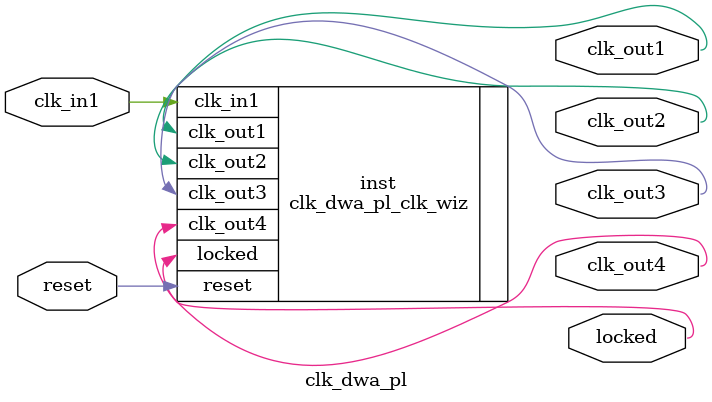
<source format=v>


`timescale 1ps/1ps

(* CORE_GENERATION_INFO = "clk_dwa_pl,clk_wiz_v6_0_4_0_0,{component_name=clk_dwa_pl,use_phase_alignment=true,use_min_o_jitter=false,use_max_i_jitter=false,use_dyn_phase_shift=false,use_inclk_switchover=false,use_dyn_reconfig=false,enable_axi=0,feedback_source=FDBK_AUTO,PRIMITIVE=MMCM,num_out_clk=4,clkin1_period=10.000,clkin2_period=10.000,use_power_down=false,use_reset=true,use_locked=true,use_inclk_stopped=false,feedback_type=SINGLE,CLOCK_MGR_TYPE=NA,manual_override=false}" *)

module clk_dwa_pl 
 (
  // Clock out ports
  output        clk_out1,
  output        clk_out2,
  output        clk_out3,
  output        clk_out4,
  // Status and control signals
  input         reset,
  output        locked,
 // Clock in ports
  input         clk_in1
 );

  clk_dwa_pl_clk_wiz inst
  (
  // Clock out ports  
  .clk_out1(clk_out1),
  .clk_out2(clk_out2),
  .clk_out3(clk_out3),
  .clk_out4(clk_out4),
  // Status and control signals               
  .reset(reset), 
  .locked(locked),
 // Clock in ports
  .clk_in1(clk_in1)
  );

endmodule

</source>
